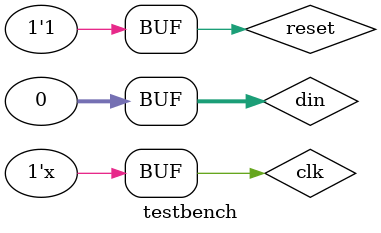
<source format=v>
`include "public.v"

module testbench();
	reg clk, reset;
	reg [31:0] din;
	wire [4:1] sel1,sel2;
	wire [7:0] dout1,dout2;
	wire TxD1;
	mini_machine U_MINI_MACHINE(clk, reset, din, dout1, dout2, sel1, sel2, TxD1);
	//mips the_mips(clk, ~reset, CPUAddr, BE, CPUIn, CPUOut, IOWe, clk_out, HardInt_in);
	
	initial 
	begin
	    clk=0;
		reset=1;
		din = 0;
		#10 reset=0;
		#70 reset=1;
		//$readmemh("..\\code.txt", U_MINI_MACHINE.U_MIPS.the_IM.im);
		//$readmemh("..\\code_handler.txt", U_MINI_MACHINE.U_MIPS.the_IM.im, 1120); 
		//1120: 4180h >>2 - C00(3000>>2) and then to decimal
		//$display(U_MINI_MACHINE.U_MIPS.the_IM.im[0]);
		//$display(U_MINI_MACHINE.U_MIPS.the_IM.im[1120]);
		//$display(U_MINI_MACHINE.U_MIPS.pc_out);
		
		//#1000 din = 12345;
	
	end
	
	always
	begin
	    #(2) clk = ~clk;	
	end
	//always
		//#(1000) din = din+1;
endmodule








</source>
